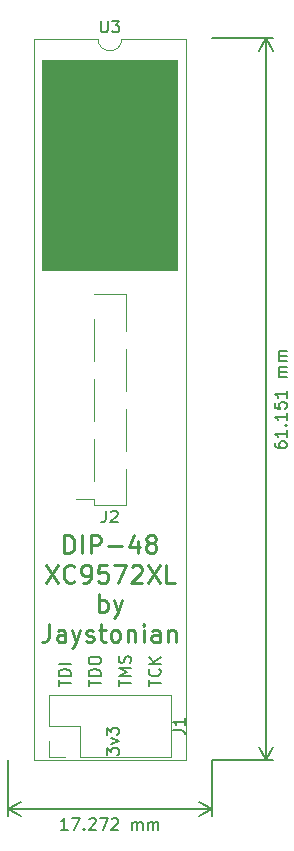
<source format=gbr>
G04 #@! TF.GenerationSoftware,KiCad,Pcbnew,(5.1.5)-3*
G04 #@! TF.CreationDate,2021-01-01T17:19:35-05:00*
G04 #@! TF.ProjectId,DIP48-XC9572XL,44495034-382d-4584-9339-353732584c2e,1*
G04 #@! TF.SameCoordinates,Original*
G04 #@! TF.FileFunction,Legend,Top*
G04 #@! TF.FilePolarity,Positive*
%FSLAX46Y46*%
G04 Gerber Fmt 4.6, Leading zero omitted, Abs format (unit mm)*
G04 Created by KiCad (PCBNEW (5.1.5)-3) date 2021-01-01 17:19:35*
%MOMM*%
%LPD*%
G04 APERTURE LIST*
%ADD10C,0.150000*%
%ADD11C,0.250000*%
%ADD12C,0.100000*%
%ADD13C,0.120000*%
G04 APERTURE END LIST*
D10*
X85963571Y-113448880D02*
X85392142Y-113448880D01*
X85677857Y-113448880D02*
X85677857Y-112448880D01*
X85582619Y-112591738D01*
X85487380Y-112686976D01*
X85392142Y-112734595D01*
X86296904Y-112448880D02*
X86963571Y-112448880D01*
X86535000Y-113448880D01*
X87344523Y-113353642D02*
X87392142Y-113401261D01*
X87344523Y-113448880D01*
X87296904Y-113401261D01*
X87344523Y-113353642D01*
X87344523Y-113448880D01*
X87773095Y-112544119D02*
X87820714Y-112496500D01*
X87915952Y-112448880D01*
X88154047Y-112448880D01*
X88249285Y-112496500D01*
X88296904Y-112544119D01*
X88344523Y-112639357D01*
X88344523Y-112734595D01*
X88296904Y-112877452D01*
X87725476Y-113448880D01*
X88344523Y-113448880D01*
X88677857Y-112448880D02*
X89344523Y-112448880D01*
X88915952Y-113448880D01*
X89677857Y-112544119D02*
X89725476Y-112496500D01*
X89820714Y-112448880D01*
X90058809Y-112448880D01*
X90154047Y-112496500D01*
X90201666Y-112544119D01*
X90249285Y-112639357D01*
X90249285Y-112734595D01*
X90201666Y-112877452D01*
X89630238Y-113448880D01*
X90249285Y-113448880D01*
X91439761Y-113448880D02*
X91439761Y-112782214D01*
X91439761Y-112877452D02*
X91487380Y-112829833D01*
X91582619Y-112782214D01*
X91725476Y-112782214D01*
X91820714Y-112829833D01*
X91868333Y-112925071D01*
X91868333Y-113448880D01*
X91868333Y-112925071D02*
X91915952Y-112829833D01*
X92011190Y-112782214D01*
X92154047Y-112782214D01*
X92249285Y-112829833D01*
X92296904Y-112925071D01*
X92296904Y-113448880D01*
X92773095Y-113448880D02*
X92773095Y-112782214D01*
X92773095Y-112877452D02*
X92820714Y-112829833D01*
X92915952Y-112782214D01*
X93058809Y-112782214D01*
X93154047Y-112829833D01*
X93201666Y-112925071D01*
X93201666Y-113448880D01*
X93201666Y-112925071D02*
X93249285Y-112829833D01*
X93344523Y-112782214D01*
X93487380Y-112782214D01*
X93582619Y-112829833D01*
X93630238Y-112925071D01*
X93630238Y-113448880D01*
X80899000Y-111696500D02*
X98171000Y-111696500D01*
X80899000Y-107569000D02*
X80899000Y-112282921D01*
X98171000Y-107569000D02*
X98171000Y-112282921D01*
X98171000Y-111696500D02*
X97044496Y-112282921D01*
X98171000Y-111696500D02*
X97044496Y-111110079D01*
X80899000Y-111696500D02*
X82025504Y-112282921D01*
X80899000Y-111696500D02*
X82025504Y-111110079D01*
X103495380Y-80660416D02*
X103495380Y-80850892D01*
X103543000Y-80946130D01*
X103590619Y-80993750D01*
X103733476Y-81088988D01*
X103923952Y-81136607D01*
X104304904Y-81136607D01*
X104400142Y-81088988D01*
X104447761Y-81041369D01*
X104495380Y-80946130D01*
X104495380Y-80755654D01*
X104447761Y-80660416D01*
X104400142Y-80612797D01*
X104304904Y-80565178D01*
X104066809Y-80565178D01*
X103971571Y-80612797D01*
X103923952Y-80660416D01*
X103876333Y-80755654D01*
X103876333Y-80946130D01*
X103923952Y-81041369D01*
X103971571Y-81088988D01*
X104066809Y-81136607D01*
X104495380Y-79612797D02*
X104495380Y-80184226D01*
X104495380Y-79898511D02*
X103495380Y-79898511D01*
X103638238Y-79993750D01*
X103733476Y-80088988D01*
X103781095Y-80184226D01*
X104400142Y-79184226D02*
X104447761Y-79136607D01*
X104495380Y-79184226D01*
X104447761Y-79231845D01*
X104400142Y-79184226D01*
X104495380Y-79184226D01*
X104495380Y-78184226D02*
X104495380Y-78755654D01*
X104495380Y-78469940D02*
X103495380Y-78469940D01*
X103638238Y-78565178D01*
X103733476Y-78660416D01*
X103781095Y-78755654D01*
X103495380Y-77279464D02*
X103495380Y-77755654D01*
X103971571Y-77803273D01*
X103923952Y-77755654D01*
X103876333Y-77660416D01*
X103876333Y-77422321D01*
X103923952Y-77327083D01*
X103971571Y-77279464D01*
X104066809Y-77231845D01*
X104304904Y-77231845D01*
X104400142Y-77279464D01*
X104447761Y-77327083D01*
X104495380Y-77422321D01*
X104495380Y-77660416D01*
X104447761Y-77755654D01*
X104400142Y-77803273D01*
X104495380Y-76279464D02*
X104495380Y-76850892D01*
X104495380Y-76565178D02*
X103495380Y-76565178D01*
X103638238Y-76660416D01*
X103733476Y-76755654D01*
X103781095Y-76850892D01*
X104495380Y-75088988D02*
X103828714Y-75088988D01*
X103923952Y-75088988D02*
X103876333Y-75041369D01*
X103828714Y-74946130D01*
X103828714Y-74803273D01*
X103876333Y-74708035D01*
X103971571Y-74660416D01*
X104495380Y-74660416D01*
X103971571Y-74660416D02*
X103876333Y-74612797D01*
X103828714Y-74517559D01*
X103828714Y-74374702D01*
X103876333Y-74279464D01*
X103971571Y-74231845D01*
X104495380Y-74231845D01*
X104495380Y-73755654D02*
X103828714Y-73755654D01*
X103923952Y-73755654D02*
X103876333Y-73708035D01*
X103828714Y-73612797D01*
X103828714Y-73469940D01*
X103876333Y-73374702D01*
X103971571Y-73327083D01*
X104495380Y-73327083D01*
X103971571Y-73327083D02*
X103876333Y-73279464D01*
X103828714Y-73184226D01*
X103828714Y-73041369D01*
X103876333Y-72946130D01*
X103971571Y-72898511D01*
X104495380Y-72898511D01*
X102743000Y-107569000D02*
X102743000Y-46418500D01*
X98171000Y-107569000D02*
X103329421Y-107569000D01*
X98171000Y-46418500D02*
X103329421Y-46418500D01*
X102743000Y-46418500D02*
X103329421Y-47545004D01*
X102743000Y-46418500D02*
X102156579Y-47545004D01*
X102743000Y-107569000D02*
X103329421Y-106442496D01*
X102743000Y-107569000D02*
X102156579Y-106442496D01*
D11*
X85677857Y-90019571D02*
X85677857Y-88519571D01*
X86035000Y-88519571D01*
X86249285Y-88591000D01*
X86392142Y-88733857D01*
X86463571Y-88876714D01*
X86535000Y-89162428D01*
X86535000Y-89376714D01*
X86463571Y-89662428D01*
X86392142Y-89805285D01*
X86249285Y-89948142D01*
X86035000Y-90019571D01*
X85677857Y-90019571D01*
X87177857Y-90019571D02*
X87177857Y-88519571D01*
X87892142Y-90019571D02*
X87892142Y-88519571D01*
X88463571Y-88519571D01*
X88606428Y-88591000D01*
X88677857Y-88662428D01*
X88749285Y-88805285D01*
X88749285Y-89019571D01*
X88677857Y-89162428D01*
X88606428Y-89233857D01*
X88463571Y-89305285D01*
X87892142Y-89305285D01*
X89392142Y-89448142D02*
X90535000Y-89448142D01*
X91892142Y-89019571D02*
X91892142Y-90019571D01*
X91535000Y-88448142D02*
X91177857Y-89519571D01*
X92106428Y-89519571D01*
X92892142Y-89162428D02*
X92749285Y-89091000D01*
X92677857Y-89019571D01*
X92606428Y-88876714D01*
X92606428Y-88805285D01*
X92677857Y-88662428D01*
X92749285Y-88591000D01*
X92892142Y-88519571D01*
X93177857Y-88519571D01*
X93320714Y-88591000D01*
X93392142Y-88662428D01*
X93463571Y-88805285D01*
X93463571Y-88876714D01*
X93392142Y-89019571D01*
X93320714Y-89091000D01*
X93177857Y-89162428D01*
X92892142Y-89162428D01*
X92749285Y-89233857D01*
X92677857Y-89305285D01*
X92606428Y-89448142D01*
X92606428Y-89733857D01*
X92677857Y-89876714D01*
X92749285Y-89948142D01*
X92892142Y-90019571D01*
X93177857Y-90019571D01*
X93320714Y-89948142D01*
X93392142Y-89876714D01*
X93463571Y-89733857D01*
X93463571Y-89448142D01*
X93392142Y-89305285D01*
X93320714Y-89233857D01*
X93177857Y-89162428D01*
X84106428Y-91019571D02*
X85106428Y-92519571D01*
X85106428Y-91019571D02*
X84106428Y-92519571D01*
X86535000Y-92376714D02*
X86463571Y-92448142D01*
X86249285Y-92519571D01*
X86106428Y-92519571D01*
X85892142Y-92448142D01*
X85749285Y-92305285D01*
X85677857Y-92162428D01*
X85606428Y-91876714D01*
X85606428Y-91662428D01*
X85677857Y-91376714D01*
X85749285Y-91233857D01*
X85892142Y-91091000D01*
X86106428Y-91019571D01*
X86249285Y-91019571D01*
X86463571Y-91091000D01*
X86535000Y-91162428D01*
X87249285Y-92519571D02*
X87535000Y-92519571D01*
X87677857Y-92448142D01*
X87749285Y-92376714D01*
X87892142Y-92162428D01*
X87963571Y-91876714D01*
X87963571Y-91305285D01*
X87892142Y-91162428D01*
X87820714Y-91091000D01*
X87677857Y-91019571D01*
X87392142Y-91019571D01*
X87249285Y-91091000D01*
X87177857Y-91162428D01*
X87106428Y-91305285D01*
X87106428Y-91662428D01*
X87177857Y-91805285D01*
X87249285Y-91876714D01*
X87392142Y-91948142D01*
X87677857Y-91948142D01*
X87820714Y-91876714D01*
X87892142Y-91805285D01*
X87963571Y-91662428D01*
X89320714Y-91019571D02*
X88606428Y-91019571D01*
X88535000Y-91733857D01*
X88606428Y-91662428D01*
X88749285Y-91591000D01*
X89106428Y-91591000D01*
X89249285Y-91662428D01*
X89320714Y-91733857D01*
X89392142Y-91876714D01*
X89392142Y-92233857D01*
X89320714Y-92376714D01*
X89249285Y-92448142D01*
X89106428Y-92519571D01*
X88749285Y-92519571D01*
X88606428Y-92448142D01*
X88535000Y-92376714D01*
X89892142Y-91019571D02*
X90892142Y-91019571D01*
X90249285Y-92519571D01*
X91392142Y-91162428D02*
X91463571Y-91091000D01*
X91606428Y-91019571D01*
X91963571Y-91019571D01*
X92106428Y-91091000D01*
X92177857Y-91162428D01*
X92249285Y-91305285D01*
X92249285Y-91448142D01*
X92177857Y-91662428D01*
X91320714Y-92519571D01*
X92249285Y-92519571D01*
X92749285Y-91019571D02*
X93749285Y-92519571D01*
X93749285Y-91019571D02*
X92749285Y-92519571D01*
X95035000Y-92519571D02*
X94320714Y-92519571D01*
X94320714Y-91019571D01*
X88642142Y-95019571D02*
X88642142Y-93519571D01*
X88642142Y-94091000D02*
X88785000Y-94019571D01*
X89070714Y-94019571D01*
X89213571Y-94091000D01*
X89285000Y-94162428D01*
X89356428Y-94305285D01*
X89356428Y-94733857D01*
X89285000Y-94876714D01*
X89213571Y-94948142D01*
X89070714Y-95019571D01*
X88785000Y-95019571D01*
X88642142Y-94948142D01*
X89856428Y-94019571D02*
X90213571Y-95019571D01*
X90570714Y-94019571D02*
X90213571Y-95019571D01*
X90070714Y-95376714D01*
X89999285Y-95448142D01*
X89856428Y-95519571D01*
X84392142Y-96019571D02*
X84392142Y-97091000D01*
X84320714Y-97305285D01*
X84177857Y-97448142D01*
X83963571Y-97519571D01*
X83820714Y-97519571D01*
X85749285Y-97519571D02*
X85749285Y-96733857D01*
X85677857Y-96591000D01*
X85535000Y-96519571D01*
X85249285Y-96519571D01*
X85106428Y-96591000D01*
X85749285Y-97448142D02*
X85606428Y-97519571D01*
X85249285Y-97519571D01*
X85106428Y-97448142D01*
X85035000Y-97305285D01*
X85035000Y-97162428D01*
X85106428Y-97019571D01*
X85249285Y-96948142D01*
X85606428Y-96948142D01*
X85749285Y-96876714D01*
X86320714Y-96519571D02*
X86677857Y-97519571D01*
X87035000Y-96519571D02*
X86677857Y-97519571D01*
X86535000Y-97876714D01*
X86463571Y-97948142D01*
X86320714Y-98019571D01*
X87535000Y-97448142D02*
X87677857Y-97519571D01*
X87963571Y-97519571D01*
X88106428Y-97448142D01*
X88177857Y-97305285D01*
X88177857Y-97233857D01*
X88106428Y-97091000D01*
X87963571Y-97019571D01*
X87749285Y-97019571D01*
X87606428Y-96948142D01*
X87535000Y-96805285D01*
X87535000Y-96733857D01*
X87606428Y-96591000D01*
X87749285Y-96519571D01*
X87963571Y-96519571D01*
X88106428Y-96591000D01*
X88606428Y-96519571D02*
X89177857Y-96519571D01*
X88820714Y-96019571D02*
X88820714Y-97305285D01*
X88892142Y-97448142D01*
X89035000Y-97519571D01*
X89177857Y-97519571D01*
X89892142Y-97519571D02*
X89749285Y-97448142D01*
X89677857Y-97376714D01*
X89606428Y-97233857D01*
X89606428Y-96805285D01*
X89677857Y-96662428D01*
X89749285Y-96591000D01*
X89892142Y-96519571D01*
X90106428Y-96519571D01*
X90249285Y-96591000D01*
X90320714Y-96662428D01*
X90392142Y-96805285D01*
X90392142Y-97233857D01*
X90320714Y-97376714D01*
X90249285Y-97448142D01*
X90106428Y-97519571D01*
X89892142Y-97519571D01*
X91035000Y-96519571D02*
X91035000Y-97519571D01*
X91035000Y-96662428D02*
X91106428Y-96591000D01*
X91249285Y-96519571D01*
X91463571Y-96519571D01*
X91606428Y-96591000D01*
X91677857Y-96733857D01*
X91677857Y-97519571D01*
X92392142Y-97519571D02*
X92392142Y-96519571D01*
X92392142Y-96019571D02*
X92320714Y-96091000D01*
X92392142Y-96162428D01*
X92463571Y-96091000D01*
X92392142Y-96019571D01*
X92392142Y-96162428D01*
X93749285Y-97519571D02*
X93749285Y-96733857D01*
X93677857Y-96591000D01*
X93535000Y-96519571D01*
X93249285Y-96519571D01*
X93106428Y-96591000D01*
X93749285Y-97448142D02*
X93606428Y-97519571D01*
X93249285Y-97519571D01*
X93106428Y-97448142D01*
X93035000Y-97305285D01*
X93035000Y-97162428D01*
X93106428Y-97019571D01*
X93249285Y-96948142D01*
X93606428Y-96948142D01*
X93749285Y-96876714D01*
X94463571Y-96519571D02*
X94463571Y-97519571D01*
X94463571Y-96662428D02*
X94535000Y-96591000D01*
X94677857Y-96519571D01*
X94892142Y-96519571D01*
X95035000Y-96591000D01*
X95106428Y-96733857D01*
X95106428Y-97519571D01*
D12*
G36*
X95250000Y-66040000D02*
G01*
X83820000Y-66040000D01*
X83820000Y-48260000D01*
X95250000Y-48260000D01*
X95250000Y-66040000D01*
G37*
X95250000Y-66040000D02*
X83820000Y-66040000D01*
X83820000Y-48260000D01*
X95250000Y-48260000D01*
X95250000Y-66040000D01*
D13*
X94700400Y-107273400D02*
X94700400Y-102073400D01*
X87020400Y-107273400D02*
X94700400Y-107273400D01*
X84420400Y-102073400D02*
X94700400Y-102073400D01*
X87020400Y-107273400D02*
X87020400Y-104673400D01*
X87020400Y-104673400D02*
X84420400Y-104673400D01*
X84420400Y-104673400D02*
X84420400Y-102073400D01*
X85750400Y-107273400D02*
X84420400Y-107273400D01*
X84420400Y-107273400D02*
X84420400Y-105943400D01*
X90535000Y-46485500D02*
G75*
G02X88535000Y-46485500I-1000000J0D01*
G01*
X88535000Y-46485500D02*
X83075000Y-46485500D01*
X83075000Y-46485500D02*
X83075000Y-107565500D01*
X83075000Y-107565500D02*
X95995000Y-107565500D01*
X95995000Y-107565500D02*
X95995000Y-46485500D01*
X95995000Y-46485500D02*
X90535000Y-46485500D01*
X90865000Y-85975500D02*
X88205000Y-85975500D01*
X90865000Y-68075500D02*
X88205000Y-68075500D01*
X88205000Y-83885500D02*
X88205000Y-80325500D01*
X88205000Y-78805500D02*
X88205000Y-75245500D01*
X88205000Y-73725500D02*
X88205000Y-70165500D01*
X90865000Y-85975500D02*
X90865000Y-82865500D01*
X88205000Y-85405500D02*
X86685000Y-85405500D01*
X88205000Y-85975500D02*
X88205000Y-85405500D01*
X90865000Y-68645500D02*
X90865000Y-68075500D01*
X90865000Y-81345500D02*
X90865000Y-77785500D01*
X90865000Y-76265500D02*
X90865000Y-72705500D01*
X90865000Y-71185500D02*
X90865000Y-68075500D01*
D10*
X94880180Y-104994033D02*
X95594466Y-104994033D01*
X95737323Y-105041652D01*
X95832561Y-105136890D01*
X95880180Y-105279747D01*
X95880180Y-105374985D01*
X95880180Y-103994033D02*
X95880180Y-104565461D01*
X95880180Y-104279747D02*
X94880180Y-104279747D01*
X95023038Y-104374985D01*
X95118276Y-104470223D01*
X95165895Y-104565461D01*
X85202780Y-101305661D02*
X85202780Y-100734233D01*
X86202780Y-101019947D02*
X85202780Y-101019947D01*
X86202780Y-100400900D02*
X85202780Y-100400900D01*
X85202780Y-100162804D01*
X85250400Y-100019947D01*
X85345638Y-99924709D01*
X85440876Y-99877090D01*
X85631352Y-99829471D01*
X85774209Y-99829471D01*
X85964685Y-99877090D01*
X86059923Y-99924709D01*
X86155161Y-100019947D01*
X86202780Y-100162804D01*
X86202780Y-100400900D01*
X86202780Y-99400900D02*
X85202780Y-99400900D01*
X87742780Y-101305661D02*
X87742780Y-100734233D01*
X88742780Y-101019947D02*
X87742780Y-101019947D01*
X88742780Y-100400900D02*
X87742780Y-100400900D01*
X87742780Y-100162804D01*
X87790400Y-100019947D01*
X87885638Y-99924709D01*
X87980876Y-99877090D01*
X88171352Y-99829471D01*
X88314209Y-99829471D01*
X88504685Y-99877090D01*
X88599923Y-99924709D01*
X88695161Y-100019947D01*
X88742780Y-100162804D01*
X88742780Y-100400900D01*
X87742780Y-99210423D02*
X87742780Y-99019947D01*
X87790400Y-98924709D01*
X87885638Y-98829471D01*
X88076114Y-98781852D01*
X88409447Y-98781852D01*
X88599923Y-98829471D01*
X88695161Y-98924709D01*
X88742780Y-99019947D01*
X88742780Y-99210423D01*
X88695161Y-99305661D01*
X88599923Y-99400900D01*
X88409447Y-99448519D01*
X88076114Y-99448519D01*
X87885638Y-99400900D01*
X87790400Y-99305661D01*
X87742780Y-99210423D01*
X90282780Y-101305661D02*
X90282780Y-100734233D01*
X91282780Y-101019947D02*
X90282780Y-101019947D01*
X91282780Y-100400900D02*
X90282780Y-100400900D01*
X90997066Y-100067566D01*
X90282780Y-99734233D01*
X91282780Y-99734233D01*
X91235161Y-99305661D02*
X91282780Y-99162804D01*
X91282780Y-98924709D01*
X91235161Y-98829471D01*
X91187542Y-98781852D01*
X91092304Y-98734233D01*
X90997066Y-98734233D01*
X90901828Y-98781852D01*
X90854209Y-98829471D01*
X90806590Y-98924709D01*
X90758971Y-99115185D01*
X90711352Y-99210423D01*
X90663733Y-99258042D01*
X90568495Y-99305661D01*
X90473257Y-99305661D01*
X90378019Y-99258042D01*
X90330400Y-99210423D01*
X90282780Y-99115185D01*
X90282780Y-98877090D01*
X90330400Y-98734233D01*
X92822780Y-101305661D02*
X92822780Y-100734233D01*
X93822780Y-101019947D02*
X92822780Y-101019947D01*
X93727542Y-99829471D02*
X93775161Y-99877090D01*
X93822780Y-100019947D01*
X93822780Y-100115185D01*
X93775161Y-100258042D01*
X93679923Y-100353280D01*
X93584685Y-100400900D01*
X93394209Y-100448519D01*
X93251352Y-100448519D01*
X93060876Y-100400900D01*
X92965638Y-100353280D01*
X92870400Y-100258042D01*
X92822780Y-100115185D01*
X92822780Y-100019947D01*
X92870400Y-99877090D01*
X92918019Y-99829471D01*
X93822780Y-99400900D02*
X92822780Y-99400900D01*
X93822780Y-98829471D02*
X93251352Y-99258042D01*
X92822780Y-98829471D02*
X93394209Y-99400900D01*
X89266780Y-107133876D02*
X89266780Y-106514828D01*
X89647733Y-106848161D01*
X89647733Y-106705304D01*
X89695352Y-106610066D01*
X89742971Y-106562447D01*
X89838209Y-106514828D01*
X90076304Y-106514828D01*
X90171542Y-106562447D01*
X90219161Y-106610066D01*
X90266780Y-106705304D01*
X90266780Y-106991019D01*
X90219161Y-107086257D01*
X90171542Y-107133876D01*
X89600114Y-106181495D02*
X90266780Y-105943400D01*
X89600114Y-105705304D01*
X89266780Y-105419590D02*
X89266780Y-104800542D01*
X89647733Y-105133876D01*
X89647733Y-104991019D01*
X89695352Y-104895780D01*
X89742971Y-104848161D01*
X89838209Y-104800542D01*
X90076304Y-104800542D01*
X90171542Y-104848161D01*
X90219161Y-104895780D01*
X90266780Y-104991019D01*
X90266780Y-105276733D01*
X90219161Y-105371971D01*
X90171542Y-105419590D01*
X88773095Y-44937880D02*
X88773095Y-45747404D01*
X88820714Y-45842642D01*
X88868333Y-45890261D01*
X88963571Y-45937880D01*
X89154047Y-45937880D01*
X89249285Y-45890261D01*
X89296904Y-45842642D01*
X89344523Y-45747404D01*
X89344523Y-44937880D01*
X89725476Y-44937880D02*
X90344523Y-44937880D01*
X90011190Y-45318833D01*
X90154047Y-45318833D01*
X90249285Y-45366452D01*
X90296904Y-45414071D01*
X90344523Y-45509309D01*
X90344523Y-45747404D01*
X90296904Y-45842642D01*
X90249285Y-45890261D01*
X90154047Y-45937880D01*
X89868333Y-45937880D01*
X89773095Y-45890261D01*
X89725476Y-45842642D01*
X89201666Y-86427880D02*
X89201666Y-87142166D01*
X89154047Y-87285023D01*
X89058809Y-87380261D01*
X88915952Y-87427880D01*
X88820714Y-87427880D01*
X89630238Y-86523119D02*
X89677857Y-86475500D01*
X89773095Y-86427880D01*
X90011190Y-86427880D01*
X90106428Y-86475500D01*
X90154047Y-86523119D01*
X90201666Y-86618357D01*
X90201666Y-86713595D01*
X90154047Y-86856452D01*
X89582619Y-87427880D01*
X90201666Y-87427880D01*
M02*

</source>
